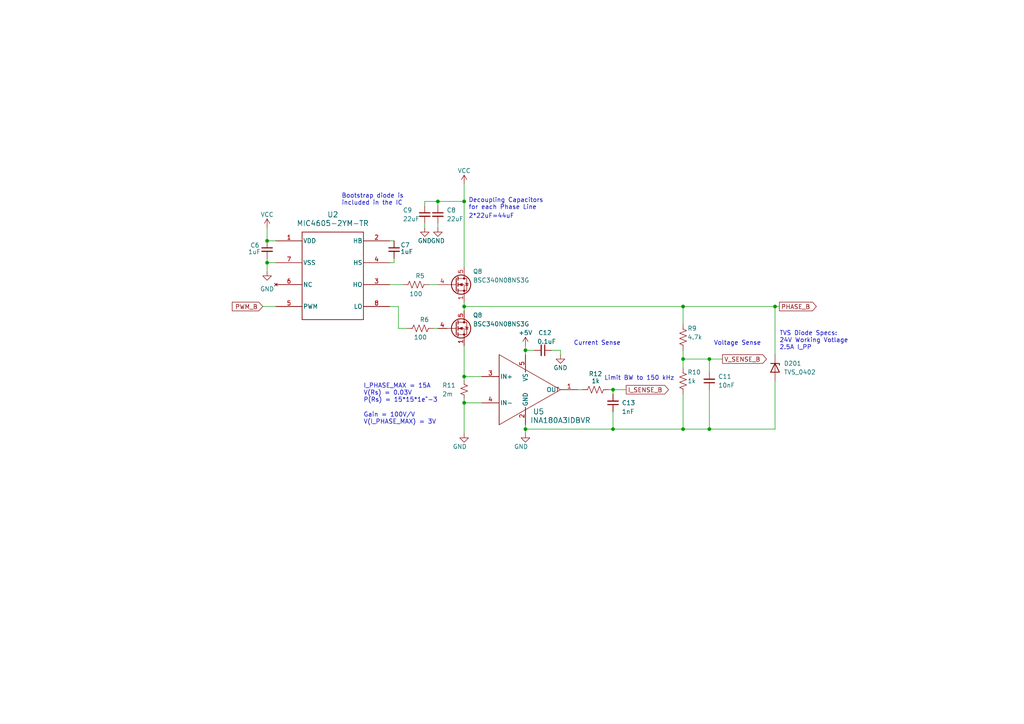
<source format=kicad_sch>
(kicad_sch (version 20230121) (generator eeschema)
  (paper "A4")
  (lib_symbols
    (symbol "Current_Sense_Amp:INA180A3IDBVR" (pin_names (offset 0.254))
      (property "Reference" "U5" (at 3.81 10.16 0))
      (property "Value" "INA180A3IDBVR" (at 10.16 7.62 0))
      (symbol "INA180A3IDBVR_0_1"
        (polyline (pts (xy -7.62 10.16) (xy -7.62 -10.16)) (stroke (width 0.2032)))
        (pin output line (at 15.24 0 180) (length 5.08) (name "OUT") (number "1"))
        (pin power_in line (at 0 -10.16 90) (length 5.08) (name "GND") (number "2"))
        (pin input line (at -12.7 3.81 0) (length 5.08) (name "IN+") (number "3"))
        (pin input line (at -12.7 -3.81 0) (length 5.08) (name "IN-") (number "4"))
        (pin power_in line (at 0 10.16 270) (length 5.08) (name "VS") (number "5"))
      )
      (symbol "INA180A3IDBVR_1_1"
        (polyline (pts (xy -7.62 -10.16) (xy 10.16 0)))
        (polyline (pts (xy -7.62 10.16) (xy 10.16 0)))
      )
    )
    (symbol "Device:C_Small" (pin_numbers hide) (pin_names (offset 0.254) hide)
      (property "Reference" "C" (at 0.254 1.778 0))
      (property "Value" "C_Small" (at 0.254 -2.032 0))
      (symbol "C_Small_0_1"
        (polyline (pts (xy -1.524 -0.508) (xy 1.524 -0.508)) (stroke (width 0.3302)))
        (polyline (pts (xy -1.524 0.508) (xy 1.524 0.508)) (stroke (width 0.3048)))
      )
      (symbol "C_Small_1_1"
        (pin passive line (at 0 2.54 270) (length 2.032) (name "~") (number "1"))
        (pin passive line (at 0 -2.54 90) (length 2.032) (name "~") (number "2"))
      )
    )
    (symbol "Device:D_Zener" (pin_numbers hide) (pin_names (offset 1.016) hide)
      (property "Reference" "D" (at 0 2.54 0))
      (property "Value" "D_Zener" (at 0 -2.54 0))
      (symbol "D_Zener_0_1"
        (polyline (pts (xy 1.27 0) (xy -1.27 0)))
        (polyline (pts (xy -1.27 -1.27) (xy -1.27 1.27) (xy -0.762 1.27)) (stroke (width 0.254)))
        (polyline (pts (xy 1.27 -1.27) (xy 1.27 1.27) (xy -1.27 0) (xy 1.27 -1.27)) (stroke (width 0.254)))
      )
      (symbol "D_Zener_1_1"
        (pin passive line (at -3.81 0 0) (length 2.54) (name "K") (number "1"))
        (pin passive line (at 3.81 0 180) (length 2.54) (name "A") (number "2"))
      )
    )
    (symbol "Device:R_Small_US" (pin_numbers hide) (pin_names (offset 0.254) hide)
      (property "Reference" "R" (at 0.762 0.508 0))
      (property "Value" "R_Small_US" (at 0.762 -1.016 0))
      (symbol "R_Small_US_1_1"
        (polyline (pts (xy 0 0) (xy 1.016 -0.381) (xy 0 -0.762) (xy -1.016 -1.143) (xy 0 -1.524)))
        (polyline (pts (xy 0 1.524) (xy 1.016 1.143) (xy 0 0.762) (xy -1.016 0.381) (xy 0 0)))
        (pin passive line (at 0 2.54 270) (length 1.016) (name "~") (number "1"))
        (pin passive line (at 0 -2.54 90) (length 1.016) (name "~") (number "2"))
      )
    )
    (symbol "Device:R_US" (pin_numbers hide) (pin_names (offset 0))
      (property "Reference" "R" (at 2.54 0 90))
      (property "Value" "R_US" (at -2.54 0 90))
      (symbol "R_US_0_1"
        (polyline (pts (xy 0 -2.286) (xy 0 -2.54)))
        (polyline (pts (xy 0 2.286) (xy 0 2.54)))
        (polyline (pts (xy 0 -0.762) (xy 1.016 -1.143) (xy 0 -1.524) (xy -1.016 -1.905) (xy 0 -2.286)))
        (polyline (pts (xy 0 0.762) (xy 1.016 0.381) (xy 0 0) (xy -1.016 -0.381) (xy 0 -0.762)))
        (polyline (pts (xy 0 2.286) (xy 1.016 1.905) (xy 0 1.524) (xy -1.016 1.143) (xy 0 0.762)))
      )
      (symbol "R_US_1_1"
        (pin passive line (at 0 3.81 270) (length 1.27) (name "~") (number "1"))
        (pin passive line (at 0 -3.81 90) (length 1.27) (name "~") (number "2"))
      )
    )
    (symbol "Half-Bridge Gate Driver:MIC4605-2YM-TR" (pin_names (offset 0.254))
      (property "Reference" "U2" (at 0 16.51 0))
      (property "Value" "MIC4605-2YM-TR" (at 0 13.97 0))
      (symbol "MIC4605-2YM-TR_0_1"
        (polyline (pts (xy -8.89 -13.97) (xy 8.89 -13.97)) (stroke (width 0.2032)))
        (polyline (pts (xy -8.89 11.43) (xy -8.89 -13.97)) (stroke (width 0.2032)))
        (polyline (pts (xy 8.89 -13.97) (xy 8.89 11.43)) (stroke (width 0.2032)))
        (polyline (pts (xy 8.89 11.43) (xy -8.89 11.43)) (stroke (width 0.2032)))
        (pin power_in line (at -16.51 8.89 0) (length 7.62) (name "VDD") (number "1"))
        (pin output line (at 16.51 -3.81 180) (length 7.62) (name "HO") (number "3"))
        (pin no_connect line (at -16.51 -3.81 0) (length 7.62) (name "NC") (number "6"))
        (pin power_in line (at -16.51 2.54 0) (length 7.62) (name "VSS") (number "7"))
        (pin output line (at 16.51 -10.16 180) (length 7.62) (name "LO") (number "8"))
      )
      (symbol "MIC4605-2YM-TR_1_1"
        (pin input line (at 16.51 8.89 180) (length 7.62) (name "HB") (number "2"))
        (pin output line (at 16.51 2.54 180) (length 7.62) (name "HS") (number "4"))
        (pin input line (at -16.51 -10.16 0) (length 7.62) (name "PWM") (number "5"))
      )
    )
    (symbol "Transistor_FET:BSC340N08NS3G" (pin_names hide)
      (property "Reference" "Q" (at 5.08 1.905 0))
      (property "Value" "BSC340N08NS3G" (at 5.08 0 0))
      (symbol "BSC340N08NS3G_0_1"
        (polyline (pts (xy 0.254 0) (xy -2.54 0)))
        (polyline (pts (xy 0.254 1.905) (xy 0.254 -1.905)) (stroke (width 0.254)))
        (polyline (pts (xy 0.762 -1.27) (xy 0.762 -2.286)) (stroke (width 0.254)))
        (polyline (pts (xy 0.762 0.508) (xy 0.762 -0.508)) (stroke (width 0.254)))
        (polyline (pts (xy 0.762 2.286) (xy 0.762 1.27)) (stroke (width 0.254)))
        (polyline (pts (xy 2.54 2.54) (xy 2.54 1.778)))
        (polyline (pts (xy 2.54 -2.54) (xy 2.54 0) (xy 0.762 0)))
        (polyline (pts (xy 0.762 -1.778) (xy 3.302 -1.778) (xy 3.302 1.778) (xy 0.762 1.778)))
        (polyline (pts (xy 1.016 0) (xy 2.032 0.381) (xy 2.032 -0.381) (xy 1.016 0)) (fill (type outline)))
        (polyline (pts (xy 2.794 0.508) (xy 2.921 0.381) (xy 3.683 0.381) (xy 3.81 0.254)))
        (polyline (pts (xy 3.302 0.381) (xy 2.921 -0.254) (xy 3.683 -0.254) (xy 3.302 0.381)))
        (circle (center 1.651 0) (radius 2.794) (stroke (width 0.254)))
        (circle (center 2.54 -1.778) (radius 0.254) (fill (type outline)))
        (circle (center 2.54 1.778) (radius 0.254) (fill (type outline)))
      )
      (symbol "BSC340N08NS3G_1_1"
        (pin passive line (at 2.54 -5.08 90) (length 2.54) (name "S") (number "1"))
        (pin passive line (at 2.54 -5.08 90) (length 2.54) hide (name "S") (number "2"))
        (pin passive line (at 2.54 -5.08 90) (length 2.54) hide (name "S") (number "3"))
        (pin passive line (at -5.08 0 0) (length 2.54) (name "G") (number "4"))
        (pin passive line (at 2.54 5.08 270) (length 2.54) (name "D") (number "5"))
      )
    )
    (symbol "power:+5V" (power) (pin_names (offset 0))
      (property "Value" "+5V" (at 0 3.556 0))
      (symbol "+5V_0_1"
        (polyline (pts (xy -0.762 1.27) (xy 0 2.54)))
        (polyline (pts (xy 0 0) (xy 0 2.54)))
        (polyline (pts (xy 0 2.54) (xy 0.762 1.27)))
      )
      (symbol "+5V_1_1"
        (pin power_in line (at 0 0 90) (length 0) hide (name "+5V") (number "1"))
      )
    )
    (symbol "power:GND" (power) (pin_names (offset 0))
      (property "Value" "GND" (at 0 -3.81 0))
      (symbol "GND_0_1"
        (polyline (pts (xy 0 0) (xy 0 -1.27) (xy 1.27 -1.27) (xy 0 -2.54) (xy -1.27 -1.27) (xy 0 -1.27)))
      )
      (symbol "GND_1_1"
        (pin power_in line (at 0 0 270) (length 0) hide (name "GND") (number "1"))
      )
    )
    (symbol "power:VCC" (power) (pin_names (offset 0))
      (property "Value" "VCC" (at 0 3.81 0))
      (symbol "VCC_0_1"
        (polyline (pts (xy -0.762 1.27) (xy 0 2.54)))
        (polyline (pts (xy 0 0) (xy 0 2.54)))
        (polyline (pts (xy 0 2.54) (xy 0.762 1.27)))
      )
      (symbol "VCC_1_1"
        (pin power_in line (at 0 0 90) (length 0) hide (name "VCC") (number "1"))
      )
    )
  )
  (junction (at 152.4 101.6))
  (junction (at 177.8 113.03))
  (junction (at 198.12 104.14))
  (junction (at 134.62 58.42))
  (junction (at 134.62 109.22))
  (junction (at 205.74 104.14))
  (junction (at 224.79 88.9))
  (junction (at 198.12 124.46))
  (junction (at 198.12 88.9))
  (junction (at 77.47 69.85))
  (junction (at 134.62 116.84))
  (junction (at 127 58.42))
  (junction (at 152.4 124.46))
  (junction (at 177.8 124.46))
  (junction (at 77.47 76.2))
  (junction (at 205.74 124.46))
  (junction (at 134.62 88.9))
  (wire (pts (xy 77.47 74.93) (xy 77.47 76.2)))
  (wire (pts (xy 134.62 88.9) (xy 198.12 88.9)))
  (wire (pts (xy 134.62 116.84) (xy 139.7 116.84)))
  (wire (pts (xy 134.62 88.9) (xy 134.62 90.17)))
  (wire (pts (xy 76.2 88.9) (xy 80.01 88.9)))
  (wire (pts (xy 198.12 114.3) (xy 198.12 124.46)))
  (wire (pts (xy 205.74 113.03) (xy 205.74 124.46)))
  (wire (pts (xy 134.62 53.34) (xy 134.62 58.42)))
  (wire (pts (xy 114.3 76.2) (xy 114.3 74.93)))
  (wire (pts (xy 134.62 115.57) (xy 134.62 116.84)))
  (wire (pts (xy 113.03 69.85) (xy 114.3 69.85)))
  (wire (pts (xy 125.73 95.25) (xy 127 95.25)))
  (wire (pts (xy 123.19 58.42) (xy 127 58.42)))
  (wire (pts (xy 152.4 102.87) (xy 152.4 101.6)))
  (wire (pts (xy 113.03 76.2) (xy 114.3 76.2)))
  (wire (pts (xy 134.62 100.33) (xy 134.62 109.22)))
  (wire (pts (xy 198.12 88.9) (xy 198.12 93.98)))
  (wire (pts (xy 134.62 58.42) (xy 134.62 77.47)))
  (wire (pts (xy 198.12 104.14) (xy 198.12 106.68)))
  (wire (pts (xy 177.8 113.03) (xy 181.61 113.03)))
  (wire (pts (xy 177.8 119.38) (xy 177.8 124.46)))
  (wire (pts (xy 176.53 113.03) (xy 177.8 113.03)))
  (wire (pts (xy 113.03 82.55) (xy 116.84 82.55)))
  (wire (pts (xy 123.19 64.77) (xy 123.19 66.04)))
  (wire (pts (xy 77.47 66.04) (xy 77.47 69.85)))
  (wire (pts (xy 134.62 109.22) (xy 134.62 110.49)))
  (wire (pts (xy 77.47 76.2) (xy 77.47 78.74)))
  (wire (pts (xy 198.12 101.6) (xy 198.12 104.14)))
  (wire (pts (xy 205.74 104.14) (xy 209.55 104.14)))
  (wire (pts (xy 152.4 101.6) (xy 154.94 101.6)))
  (wire (pts (xy 160.02 101.6) (xy 162.56 101.6)))
  (wire (pts (xy 177.8 113.03) (xy 177.8 114.3)))
  (wire (pts (xy 152.4 124.46) (xy 177.8 124.46)))
  (wire (pts (xy 124.46 82.55) (xy 127 82.55)))
  (wire (pts (xy 134.62 87.63) (xy 134.62 88.9)))
  (wire (pts (xy 205.74 104.14) (xy 205.74 107.95)))
  (wire (pts (xy 224.79 110.49) (xy 224.79 124.46)))
  (wire (pts (xy 115.57 95.25) (xy 115.57 88.9)))
  (wire (pts (xy 198.12 88.9) (xy 224.79 88.9)))
  (wire (pts (xy 134.62 109.22) (xy 139.7 109.22)))
  (wire (pts (xy 198.12 104.14) (xy 205.74 104.14)))
  (wire (pts (xy 127 58.42) (xy 127 59.69)))
  (wire (pts (xy 167.64 113.03) (xy 168.91 113.03)))
  (wire (pts (xy 134.62 116.84) (xy 134.62 125.73)))
  (wire (pts (xy 177.8 124.46) (xy 198.12 124.46)))
  (wire (pts (xy 115.57 95.25) (xy 118.11 95.25)))
  (wire (pts (xy 205.74 124.46) (xy 224.79 124.46)))
  (wire (pts (xy 152.4 100.33) (xy 152.4 101.6)))
  (wire (pts (xy 127 58.42) (xy 134.62 58.42)))
  (wire (pts (xy 162.56 102.87) (xy 162.56 101.6)))
  (wire (pts (xy 77.47 69.85) (xy 80.01 69.85)))
  (wire (pts (xy 115.57 88.9) (xy 113.03 88.9)))
  (wire (pts (xy 198.12 124.46) (xy 205.74 124.46)))
  (wire (pts (xy 224.79 88.9) (xy 226.06 88.9)))
  (wire (pts (xy 123.19 58.42) (xy 123.19 59.69)))
  (wire (pts (xy 127 64.77) (xy 127 66.04)))
  (wire (pts (xy 152.4 124.46) (xy 152.4 125.73)))
  (wire (pts (xy 224.79 88.9) (xy 224.79 102.87)))
  (wire (pts (xy 152.4 123.19) (xy 152.4 124.46)))
  (wire (pts (xy 77.47 76.2) (xy 80.01 76.2)))
  (text "Decoupling Capacitors \nfor each Phase Line" (at 135.89 60.96 0) (effects (font (size 1.27 1.27)) (justify left bottom)))
  (text "TVS Diode Specs:\n24V Working Votlage\n2.5A I_PP" (at 226.06 101.6 0) (effects (font (size 1.27 1.27)) (justify left bottom)))
  (text "I_PHASE_MAX = 15A\nV(Rs) = 0.03V\nP(Rs) = 15*15*1e^-3" (at 105.41 116.84 0) (effects (font (size 1.27 1.27)) (justify left bottom)))
  (text "Bootstrap diode is\nincluded in the IC" (at 99.06 59.69 0) (effects (font (size 1.27 1.27)) (justify left bottom)))
  (text "Voltage Sense" (at 207.01 100.33 0) (effects (font (size 1.27 1.27)) (justify left bottom)))
  (text "Gain = 100V/V\nV(I_PHASE_MAX) = 3V" (at 105.41 123.19 0) (effects (font (size 1.27 1.27)) (justify left bottom)))
  (text "2*22uF=44uF" (at 135.89 63.5 0) (effects (font (size 1.27 1.27)) (justify left bottom)))
  (text "Limit BW to 150 kHz" (at 175.26 110.49 0) (effects (font (size 1.27 1.27)) (justify left bottom)))
  (text "Current Sense" (at 166.37 100.33 0) (effects (font (size 1.27 1.27)) (justify left bottom)))
  (global_label "V_SENSE_B" (shape output) (at 209.55 104.14 0) (property "Intersheetrefs" "${INTERSHEET_REFS}" (effects hide)))
  (global_label "PWM_B" (shape input) (at 76.2 88.9 180) (property "Intersheetrefs" "${INTERSHEET_REFS}" (effects hide)))
  (global_label "PHASE_B" (shape output) (at 226.06 88.9 0) (property "Intersheetrefs" "${INTERSHEET_REFS}" (effects hide)))
  (global_label "I_SENSE_B" (shape output) (at 181.61 113.03 0) (property "Intersheetrefs" "${INTERSHEET_REFS}" (effects hide)))
  (symbol (lib_id "Device:C_Small") (at 127 62.23 0) (unit 1)
    (property "Reference" "C8" (at 129.54 60.96 0) (effects (justify left)))
    (property "Value" "22uF" (at 129.54 63.5 0) (effects (justify left)))
    (property "Footprint" "Capacitor_SMD:C_1210_3225Metric" (effects hide))
    (instances (project "esc" (path "" (reference "C8") (unit 1)) (path "" (reference "C304") (unit 1))))
  )
  (symbol (lib_id "power:VCC") (at 134.62 53.34 0) (unit 1)
    (property "Reference" "#PWR0115" (effects hide))
    (property "Value" "VCC" (at 134.62 49.53 0))
    (instances (project "esc" (path "" (reference "#PWR0115") (unit 1)) (path "" (reference "#PWR0305") (unit 1))))
  )
  (symbol (lib_id "Device:R_US") (at 198.12 97.79 0) (unit 1)
    (property "Reference" "R9" (at 199.39 95.25 0) (effects (justify left)))
    (property "Value" "4.7k" (at 199.39 97.79 0) (effects (justify left)))
    (property "Footprint" "Resistor_SMD:R_0603_1608Metric" (effects hide))
    (instances (project "esc" (path "" (reference "R9") (unit 1)) (path "" (reference "R305") (unit 1))))
  )
  (symbol (lib_id "Device:R_US") (at 121.92 95.25 90) (unit 1)
    (property "Reference" "R6" (at 124.46 92.71 90) (effects (justify left)))
    (property "Value" "100" (at 123.8529 97.8199 90) (effects (justify left)))
    (property "Footprint" "Resistor_SMD:R_0603_1608Metric" (effects hide))
    (instances (project "esc" (path "" (reference "R6") (unit 1)) (path "" (reference "R202") (unit 1)) (path "" (reference "R302") (unit 1))))
  )
  (symbol (lib_id "Device:C_Small") (at 77.47 72.39 0) (unit 1)
    (property "Reference" "C6" (at 72.5784 71.1427 0) (effects (justify left)))
    (property "Value" "1uF" (at 71.9418 73.0525 0) (effects (justify left)))
    (property "Footprint" "Capacitor_SMD:C_0805_2012Metric" (effects hide))
    (instances (project "esc" (path "" (reference "C6") (unit 1)) (path "" (reference "C301") (unit 1))))
  )
  (symbol (lib_id "power:GND") (at 77.47 78.74 0) (unit 1)
    (property "Reference" "#PWR09" (effects hide))
    (property "Value" "GND" (at 77.47 83.82 0))
    (instances (project "esc" (path "" (reference "#PWR09") (unit 1)) (path "" (reference "#PWR0302") (unit 1))))
  )
  (symbol (lib_id "power:GND") (at 127 66.04 0) (unit 1)
    (property "Reference" "#PWR012" (effects hide))
    (property "Value" "GND" (at 127 69.85 0))
    (instances (project "esc" (path "" (reference "#PWR012") (unit 1)) (path "" (reference "#PWR0304") (unit 1))))
  )
  (symbol (lib_id "Transistor_FET:BSC340N08NS3G") (at 132.08 95.25 0) (unit 1)
    (property "Reference" "Q8" (at 137.16 91.44 0) (effects (justify left)))
    (property "Value" "BSC340N08NS3G" (at 137.16 93.98 0) (effects (justify left)))
    (property "Footprint" "Package_TO_SOT_SMD:TDSON-8-1" (effects hide))
    (property "Datasheet" "http://www.infineon.com/dgdl/Infineon-BSC340N08NS3G-DS-v02_06-en.pdf?fileId=db3a30431add1d95011ae81c21f2563a" (effects hide))
    (instances (project "esc" (path "" (reference "Q8") (unit 1)) (path "" (reference "Q302") (unit 1))))
  )
  (symbol (lib_id "Device:R_US") (at 172.72 113.03 90) (unit 1)
    (property "Reference" "R12" (at 174.6705 108.4355 90) (effects (justify left)))
    (property "Value" "1k" (at 173.99 110.49 90) (effects (justify left)))
    (property "Footprint" "Resistor_SMD:R_0603_1608Metric" (effects hide))
    (instances (project "esc" (path "" (reference "R12") (unit 1)) (path "" (reference "R304") (unit 1))))
  )
  (symbol (lib_id "power:+5V") (at 152.4 100.33 0) (unit 1)
    (property "Reference" "#PWR016" (effects hide))
    (property "Value" "+5V" (at 152.4 96.52 0))
    (instances (project "esc" (path "" (reference "#PWR016") (unit 1)) (path "" (reference "#PWR0307") (unit 1))))
  )
  (symbol (lib_id "Device:C_Small") (at 157.48 101.6 270) (unit 1)
    (property "Reference" "C12" (at 160.02 96.52 90) (effects (justify right)))
    (property "Value" "0.1uF" (at 161.29 99.06 90) (effects (justify right)))
    (property "Footprint" "Capacitor_SMD:C_0603_1608Metric" (effects hide))
    (instances (project "esc" (path "" (reference "C12") (unit 1)) (path "" (reference "C305") (unit 1))))
  )
  (symbol (lib_id "Device:C_Small") (at 205.74 110.49 180) (unit 1)
    (property "Reference" "C11" (at 208.28 109.22 0) (effects (justify right)))
    (property "Value" "10nF" (at 208.28 111.76 0) (effects (justify right)))
    (property "Footprint" "Capacitor_SMD:C_0603_1608Metric" (effects hide))
    (instances (project "esc" (path "" (reference "C11") (unit 1)) (path "" (reference "C307") (unit 1))))
  )
  (symbol (lib_id "Device:R_US") (at 198.12 110.49 0) (unit 1)
    (property "Reference" "R10" (at 199.39 107.95 0) (effects (justify left)))
    (property "Value" "1k" (at 199.39 110.49 0) (effects (justify left)))
    (property "Footprint" "Resistor_SMD:R_0603_1608Metric" (effects hide))
    (instances (project "esc" (path "" (reference "R10") (unit 1)) (path "" (reference "R306") (unit 1))))
  )
  (symbol (lib_id "Half-Bridge Gate Driver:MIC4605-2YM-TR") (at 96.52 78.74 0) (unit 1)
    (property "Reference" "U2" (at 96.52 62.23 0) (effects (font (size 1.524 1.524))))
    (property "Value" "MIC4605-2YM-TR" (at 96.52 64.77 0) (effects (font (size 1.524 1.524))))
    (property "Footprint" "SOIC-8_M_MCH" (effects hide))
    (property "Datasheet" "MIC4605-2YM-TR" (effects hide))
    (instances (project "esc" (path "" (reference "U2") (unit 1)) (path "" (reference "U301") (unit 1))))
  )
  (symbol (lib_id "Device:D_Zener") (at 224.79 106.68 270) (unit 1)
    (property "Reference" "D201" (at 227.33 105.41 90) (effects (justify left)))
    (property "Value" "TVS_0402" (at 227.33 107.95 90) (effects (justify left)))
    (property "Footprint" "Diode_SMD:D_01005_0402Metric" (effects hide))
    (instances (project "esc" (path "" (reference "D201") (unit 1)) (path "" (reference "D301") (unit 1))))
  )
  (symbol (lib_id "Device:C_Small") (at 177.8 116.84 180) (unit 1)
    (property "Reference" "C13" (at 180.34 116.84 0) (effects (justify right)))
    (property "Value" "1nF" (at 180.34 119.38 0) (effects (justify right)))
    (property "Footprint" "Capacitor_SMD:C_0603_1608Metric" (effects hide))
    (instances (project "esc" (path "" (reference "C13") (unit 1)) (path "" (reference "C306") (unit 1))))
  )
  (symbol (lib_id "power:GND") (at 152.4 125.73 0) (unit 1)
    (property "Reference" "#PWR013" (effects hide))
    (property "Value" "GND" (at 151.13 129.54 0))
    (instances (project "esc" (path "" (reference "#PWR013") (unit 1)) (path "" (reference "#PWR0308") (unit 1))))
  )
  (symbol (lib_id "Device:C_Small") (at 114.3 72.39 0) (unit 1)
    (property "Reference" "C7" (at 116.1642 71.0599 0) (effects (justify left)))
    (property "Value" "1uF" (at 116.13 73.0038 0) (effects (justify left)))
    (property "Footprint" "Capacitor_SMD:C_0805_2012Metric" (effects hide))
    (instances (project "esc" (path "" (reference "C7") (unit 1)) (path "" (reference "C302") (unit 1))))
  )
  (symbol (lib_id "Device:C_Small") (at 123.19 62.23 0) (unit 1)
    (property "Reference" "C9" (at 116.84 60.96 0) (effects (justify left)))
    (property "Value" "22uF" (at 116.84 63.5 0) (effects (justify left)))
    (property "Footprint" "Capacitor_SMD:C_1210_3225Metric" (effects hide))
    (instances (project "esc" (path "" (reference "C9") (unit 1)) (path "" (reference "C303") (unit 1))))
  )
  (symbol (lib_id "Current_Sense_Amp:INA180A3IDBVR") (at 152.4 113.03 0) (unit 1)
    (property "Reference" "U5" (at 156.21 119.38 0) (effects (font (size 1.524 1.524))))
    (property "Value" "INA180A3IDBVR" (at 162.56 121.92 0) (effects (font (size 1.524 1.524))))
    (property "Footprint" "DBV0005A_N" (effects hide))
    (property "Datasheet" "INA180A3IDBVR" (effects hide))
    (instances (project "esc" (path "" (reference "U5") (unit 1)) (path "" (reference "U302") (unit 1))))
  )
  (symbol (lib_id "power:GND") (at 134.62 125.73 0) (unit 1)
    (property "Reference" "#PWR014" (effects hide))
    (property "Value" "GND" (at 133.35 129.54 0))
    (instances (project "esc" (path "" (reference "#PWR014") (unit 1)) (path "" (reference "#PWR0306") (unit 1))))
  )
  (symbol (lib_id "power:GND") (at 123.19 66.04 0) (unit 1)
    (property "Reference" "#PWR015" (effects hide))
    (property "Value" "GND" (at 123.19 69.85 0))
    (instances (project "esc" (path "" (reference "#PWR015") (unit 1)) (path "" (reference "#PWR0303") (unit 1))))
  )
  (symbol (lib_id "power:VCC") (at 77.47 66.04 0) (unit 1)
    (property "Reference" "#PWR08" (effects hide))
    (property "Value" "VCC" (at 77.47 62.23 0))
    (instances (project "esc" (path "" (reference "#PWR08") (unit 1)) (path "" (reference "#PWR0301") (unit 1))))
  )
  (symbol (lib_id "Device:R_Small_US") (at 134.62 113.03 0) (unit 1)
    (property "Reference" "R11" (at 128.27 111.76 0) (effects (justify left)))
    (property "Value" "2m" (at 128.27 114.3 0) (effects (justify left)))
    (property "Footprint" "Resistor_SMD:R_2512_6332Metric" (effects hide))
    (instances (project "esc" (path "" (reference "R11") (unit 1)) (path "" (reference "R303") (unit 1))))
  )
  (symbol (lib_id "Transistor_FET:BSC340N08NS3G") (at 132.08 82.55 0) (unit 1)
    (property "Reference" "Q8" (at 137.16 78.74 0) (effects (justify left)))
    (property "Value" "BSC340N08NS3G" (at 137.16 81.28 0) (effects (justify left)))
    (property "Footprint" "Package_TO_SOT_SMD:TDSON-8-1" (effects hide))
    (property "Datasheet" "http://www.infineon.com/dgdl/Infineon-BSC340N08NS3G-DS-v02_06-en.pdf?fileId=db3a30431add1d95011ae81c21f2563a" (effects hide))
    (instances (project "esc" (path "" (reference "Q8") (unit 1)) (path "" (reference "Q301") (unit 1))))
  )
  (symbol (lib_id "Device:R_US") (at 120.65 82.55 90) (unit 1)
    (property "Reference" "R5" (at 123.19 80.01 90) (effects (justify left)))
    (property "Value" "100" (at 122.5543 85.2486 90) (effects (justify left)))
    (property "Footprint" "Resistor_SMD:R_0603_1608Metric" (effects hide))
    (instances (project "esc" (path "" (reference "R5") (unit 1)) (path "" (reference "R201") (unit 1)) (path "" (reference "R301") (unit 1))))
  )
  (symbol (lib_id "power:GND") (at 162.56 102.87 0) (unit 1)
    (property "Reference" "#PWR010" (effects hide))
    (property "Value" "GND" (at 162.56 106.68 0))
    (instances (project "esc" (path "" (reference "#PWR010") (unit 1)) (path "" (reference "#PWR0309") (unit 1))))
  )
)
</source>
